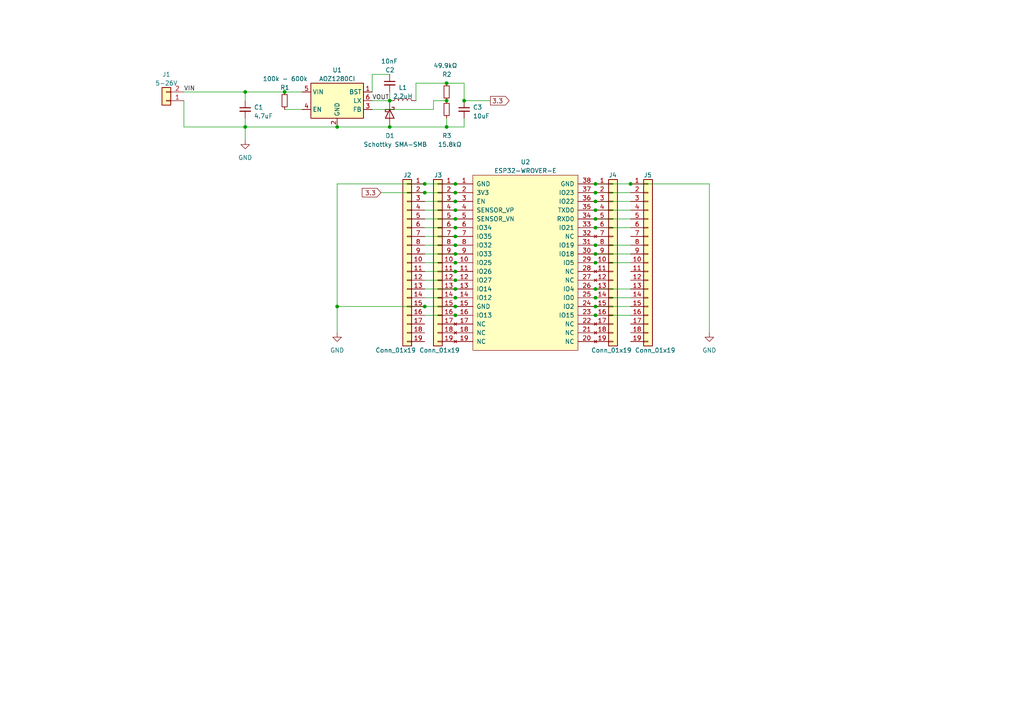
<source format=kicad_sch>
(kicad_sch (version 20220904) (generator eeschema)
  (paper "A4")
  (lib_symbols
    (symbol "Connector_Generic:Conn_01x02" (pin_names (offset 1.016) hide)
      (property "Reference" "J" (at 0 2.54 0))
      (property "Value" "Conn_01x02" (at 0 -5.08 0))
      (symbol "Conn_01x02_1_1"
        (rectangle (start -1.27 -2.413) (end 0 -2.667) (stroke (width 0.1524)))
        (rectangle (start -1.27 0.127) (end 0 -0.127) (stroke (width 0.1524)))
        (rectangle (start -1.27 1.27) (end 1.27 -3.81) (stroke (width 0.254)) (fill (type background)))
        (pin passive line (at -5.08 0 0) (length 3.81) (name "Pin_1") (number "1"))
        (pin passive line (at -5.08 -2.54 0) (length 3.81) (name "Pin_2") (number "2"))
      )
    )
    (symbol "Connector_Generic:Conn_01x19" (pin_names (offset 1.016) hide)
      (property "Reference" "J" (at 0 25.4 0))
      (property "Value" "Conn_01x19" (at 0 -25.4 0))
      (symbol "Conn_01x19_1_1"
        (rectangle (start -1.27 -22.733) (end 0 -22.987) (stroke (width 0.1524)))
        (rectangle (start -1.27 -20.193) (end 0 -20.447) (stroke (width 0.1524)))
        (rectangle (start -1.27 -17.653) (end 0 -17.907) (stroke (width 0.1524)))
        (rectangle (start -1.27 -15.113) (end 0 -15.367) (stroke (width 0.1524)))
        (rectangle (start -1.27 -12.573) (end 0 -12.827) (stroke (width 0.1524)))
        (rectangle (start -1.27 -10.033) (end 0 -10.287) (stroke (width 0.1524)))
        (rectangle (start -1.27 -7.493) (end 0 -7.747) (stroke (width 0.1524)))
        (rectangle (start -1.27 -4.953) (end 0 -5.207) (stroke (width 0.1524)))
        (rectangle (start -1.27 -2.413) (end 0 -2.667) (stroke (width 0.1524)))
        (rectangle (start -1.27 0.127) (end 0 -0.127) (stroke (width 0.1524)))
        (rectangle (start -1.27 2.667) (end 0 2.413) (stroke (width 0.1524)))
        (rectangle (start -1.27 5.207) (end 0 4.953) (stroke (width 0.1524)))
        (rectangle (start -1.27 7.747) (end 0 7.493) (stroke (width 0.1524)))
        (rectangle (start -1.27 10.287) (end 0 10.033) (stroke (width 0.1524)))
        (rectangle (start -1.27 12.827) (end 0 12.573) (stroke (width 0.1524)))
        (rectangle (start -1.27 15.367) (end 0 15.113) (stroke (width 0.1524)))
        (rectangle (start -1.27 17.907) (end 0 17.653) (stroke (width 0.1524)))
        (rectangle (start -1.27 20.447) (end 0 20.193) (stroke (width 0.1524)))
        (rectangle (start -1.27 22.987) (end 0 22.733) (stroke (width 0.1524)))
        (rectangle (start -1.27 24.13) (end 1.27 -24.13) (stroke (width 0.254)) (fill (type background)))
        (pin passive line (at -5.08 22.86 0) (length 3.81) (name "Pin_1") (number "1"))
        (pin passive line (at -5.08 0 0) (length 3.81) (name "Pin_10") (number "10"))
        (pin passive line (at -5.08 -2.54 0) (length 3.81) (name "Pin_11") (number "11"))
        (pin passive line (at -5.08 -5.08 0) (length 3.81) (name "Pin_12") (number "12"))
        (pin passive line (at -5.08 -7.62 0) (length 3.81) (name "Pin_13") (number "13"))
        (pin passive line (at -5.08 -10.16 0) (length 3.81) (name "Pin_14") (number "14"))
        (pin passive line (at -5.08 -12.7 0) (length 3.81) (name "Pin_15") (number "15"))
        (pin passive line (at -5.08 -15.24 0) (length 3.81) (name "Pin_16") (number "16"))
        (pin passive line (at -5.08 -17.78 0) (length 3.81) (name "Pin_17") (number "17"))
        (pin passive line (at -5.08 -20.32 0) (length 3.81) (name "Pin_18") (number "18"))
        (pin passive line (at -5.08 -22.86 0) (length 3.81) (name "Pin_19") (number "19"))
        (pin passive line (at -5.08 20.32 0) (length 3.81) (name "Pin_2") (number "2"))
        (pin passive line (at -5.08 17.78 0) (length 3.81) (name "Pin_3") (number "3"))
        (pin passive line (at -5.08 15.24 0) (length 3.81) (name "Pin_4") (number "4"))
        (pin passive line (at -5.08 12.7 0) (length 3.81) (name "Pin_5") (number "5"))
        (pin passive line (at -5.08 10.16 0) (length 3.81) (name "Pin_6") (number "6"))
        (pin passive line (at -5.08 7.62 0) (length 3.81) (name "Pin_7") (number "7"))
        (pin passive line (at -5.08 5.08 0) (length 3.81) (name "Pin_8") (number "8"))
        (pin passive line (at -5.08 2.54 0) (length 3.81) (name "Pin_9") (number "9"))
      )
    )
    (symbol "Device:C_Small" (pin_numbers hide) (pin_names (offset 0.254) hide)
      (property "Reference" "C" (at 0.254 1.778 0))
      (property "Value" "C_Small" (at 0.254 -2.032 0))
      (symbol "C_Small_0_1"
        (polyline (pts (xy -1.524 -0.508) (xy 1.524 -0.508)) (stroke (width 0.3302)))
        (polyline (pts (xy -1.524 0.508) (xy 1.524 0.508)) (stroke (width 0.3048)))
      )
      (symbol "C_Small_1_1"
        (pin passive line (at 0 2.54 270) (length 2.032) (name "~") (number "1"))
        (pin passive line (at 0 -2.54 90) (length 2.032) (name "~") (number "2"))
      )
    )
    (symbol "Device:D_Schottky" (pin_numbers hide) (pin_names (offset 1.016) hide)
      (property "Reference" "D" (at 0 2.54 0))
      (property "Value" "D_Schottky" (at 0 -2.54 0))
      (symbol "D_Schottky_0_1"
        (polyline (pts (xy 1.27 0) (xy -1.27 0)))
        (polyline (pts (xy 1.27 1.27) (xy 1.27 -1.27) (xy -1.27 0) (xy 1.27 1.27)) (stroke (width 0.254)))
        (polyline (pts (xy -1.905 0.635) (xy -1.905 1.27) (xy -1.27 1.27) (xy -1.27 -1.27) (xy -0.635 -1.27) (xy -0.635 -0.635)) (stroke (width 0.254)))
      )
      (symbol "D_Schottky_1_1"
        (pin passive line (at -3.81 0 0) (length 2.54) (name "K") (number "1"))
        (pin passive line (at 3.81 0 180) (length 2.54) (name "A") (number "2"))
      )
    )
    (symbol "Device:L" (pin_numbers hide) (pin_names (offset 1.016) hide)
      (property "Reference" "L" (at -1.27 0 90))
      (property "Value" "L" (at 1.905 0 90))
      (symbol "L_0_1"
        (arc (start 0 -2.54) (mid 0.635 -1.905) (end 0 -1.27))
        (arc (start 0 -1.27) (mid 0.635 -0.635) (end 0 0))
        (arc (start 0 0) (mid 0.635 0.635) (end 0 1.27))
        (arc (start 0 1.27) (mid 0.635 1.905) (end 0 2.54))
      )
      (symbol "L_1_1"
        (pin passive line (at 0 3.81 270) (length 1.27) (name "1") (number "1"))
        (pin passive line (at 0 -3.81 90) (length 1.27) (name "2") (number "2"))
      )
    )
    (symbol "Device:R_Small" (pin_numbers hide) (pin_names (offset 0.254) hide)
      (property "Reference" "R" (at 0.762 0.508 0))
      (property "Value" "R_Small" (at 0.762 -1.016 0))
      (symbol "R_Small_0_1"
        (rectangle (start -0.762 1.778) (end 0.762 -1.778) (stroke (width 0.2032)))
      )
      (symbol "R_Small_1_1"
        (pin passive line (at 0 2.54 270) (length 0.762) (name "~") (number "1"))
        (pin passive line (at 0 -2.54 90) (length 0.762) (name "~") (number "2"))
      )
    )
    (symbol "RF_Module_Custom:ESP32-WROVER-E" (pin_names (offset 1.016))
      (property "Reference" "U" (at -15.24 26.67 0))
      (property "Value" "ESP32-WROVER-E" (at -6.35 -26.67 0))
      (symbol "ESP32-WROVER-E_0_1"
        (rectangle (start -15.24 25.4) (end 15.24 -25.4) (fill (type background)))
      )
      (symbol "ESP32-WROVER-E_1_1"
        (pin power_in line (at -20.32 22.86 0) (length 5.08) (name "GND") (number "1"))
        (pin bidirectional line (at -20.32 0 0) (length 5.08) (name "IO25") (number "10"))
        (pin bidirectional line (at -20.32 -2.54 0) (length 5.08) (name "IO26") (number "11"))
        (pin bidirectional line (at -20.32 -5.08 0) (length 5.08) (name "IO27") (number "12"))
        (pin bidirectional line (at -20.32 -7.62 0) (length 5.08) (name "IO14") (number "13"))
        (pin bidirectional line (at -20.32 -10.16 0) (length 5.08) (name "IO12") (number "14"))
        (pin power_in line (at -20.32 -12.7 0) (length 5.08) (name "GND") (number "15"))
        (pin bidirectional line (at -20.32 -15.24 0) (length 5.08) (name "IO13") (number "16"))
        (pin no_connect line (at -20.32 -17.78 0) (length 5.08) (name "NC") (number "17"))
        (pin no_connect line (at -20.32 -20.32 0) (length 5.08) (name "NC") (number "18"))
        (pin no_connect line (at -20.32 -22.86 0) (length 5.08) (name "NC") (number "19"))
        (pin power_in line (at -20.32 20.32 0) (length 5.08) (name "3V3") (number "2"))
        (pin no_connect line (at 20.32 -22.86 180) (length 5.08) (name "NC") (number "20"))
        (pin no_connect line (at 20.32 -20.32 180) (length 5.08) (name "NC") (number "21"))
        (pin no_connect line (at 20.32 -17.78 180) (length 5.08) (name "NC") (number "22"))
        (pin bidirectional line (at 20.32 -15.24 180) (length 5.08) (name "IO15") (number "23"))
        (pin bidirectional line (at 20.32 -12.7 180) (length 5.08) (name "IO2") (number "24"))
        (pin bidirectional line (at 20.32 -10.16 180) (length 5.08) (name "IO0") (number "25"))
        (pin bidirectional line (at 20.32 -7.62 180) (length 5.08) (name "IO4") (number "26"))
        (pin no_connect line (at 20.32 -5.08 180) (length 5.08) (name "NC") (number "27"))
        (pin no_connect line (at 20.32 -2.54 180) (length 5.08) (name "NC") (number "28"))
        (pin bidirectional line (at 20.32 0 180) (length 5.08) (name "IO5") (number "29"))
        (pin input line (at -20.32 17.78 0) (length 5.08) (name "EN") (number "3"))
        (pin bidirectional line (at 20.32 2.54 180) (length 5.08) (name "IO18") (number "30"))
        (pin bidirectional line (at 20.32 5.08 180) (length 5.08) (name "IO19") (number "31"))
        (pin no_connect line (at 20.32 7.62 180) (length 5.08) (name "NC") (number "32"))
        (pin bidirectional line (at 20.32 10.16 180) (length 5.08) (name "IO21") (number "33"))
        (pin output line (at 20.32 12.7 180) (length 5.08) (name "RXD0") (number "34"))
        (pin output line (at 20.32 15.24 180) (length 5.08) (name "TXD0") (number "35"))
        (pin bidirectional line (at 20.32 17.78 180) (length 5.08) (name "IO22") (number "36"))
        (pin bidirectional line (at 20.32 20.32 180) (length 5.08) (name "IO23") (number "37"))
        (pin power_in line (at 20.32 22.86 180) (length 5.08) (name "GND") (number "38"))
        (pin output line (at -20.32 15.24 0) (length 5.08) (name "SENSOR_VP") (number "4"))
        (pin output line (at -20.32 12.7 0) (length 5.08) (name "SENSOR_VN") (number "5"))
        (pin bidirectional line (at -20.32 10.16 0) (length 5.08) (name "IO34") (number "6"))
        (pin bidirectional line (at -20.32 7.62 0) (length 5.08) (name "IO35") (number "7"))
        (pin bidirectional line (at -20.32 5.08 0) (length 5.08) (name "IO32") (number "8"))
        (pin bidirectional line (at -20.32 2.54 0) (length 5.08) (name "IO33") (number "9"))
      )
    )
    (symbol "Regulator_Switching:AOZ1280CI"
      (property "Reference" "U" (at -6.35 -6.35 0))
      (property "Value" "AOZ1280CI" (at -2.54 6.35 0))
      (symbol "AOZ1280CI_0_1"
        (rectangle (start -7.62 5.08) (end 7.62 -5.08) (stroke (width 0.254)) (fill (type background)))
      )
      (symbol "AOZ1280CI_1_1"
        (pin input line (at 10.16 2.54 180) (length 2.54) (name "BST") (number "1"))
        (pin power_in line (at 0 -7.62 90) (length 2.54) (name "GND") (number "2"))
        (pin input line (at 10.16 -2.54 180) (length 2.54) (name "FB") (number "3"))
        (pin input line (at -10.16 -2.54 0) (length 2.54) (name "EN") (number "4"))
        (pin power_in line (at -10.16 2.54 0) (length 2.54) (name "VIN") (number "5"))
        (pin power_out line (at 10.16 0 180) (length 2.54) (name "LX") (number "6"))
      )
    )
    (symbol "power:GND" (power) (pin_names (offset 0))
      (property "Value" "GND" (at 0 -3.81 0))
      (symbol "GND_0_1"
        (polyline (pts (xy 0 0) (xy 0 -1.27) (xy 1.27 -1.27) (xy 0 -2.54) (xy -1.27 -1.27) (xy 0 -1.27)))
      )
      (symbol "GND_1_1"
        (pin power_in line (at 0 0 270) (length 0) hide (name "GND") (number "1"))
      )
    )
  )
  (junction (at 132.08 73.66))
  (junction (at 132.08 86.36))
  (junction (at 172.72 86.36))
  (junction (at 132.08 68.58))
  (junction (at 132.08 78.74))
  (junction (at 132.08 76.2))
  (junction (at 113.03 29.21))
  (junction (at 134.62 29.21))
  (junction (at 172.72 83.82))
  (junction (at 172.72 58.42))
  (junction (at 132.08 63.5))
  (junction (at 172.72 66.04))
  (junction (at 172.72 88.9))
  (junction (at 123.19 55.88))
  (junction (at 82.55 26.67))
  (junction (at 123.19 53.34))
  (junction (at 172.72 76.2))
  (junction (at 132.08 53.34))
  (junction (at 172.72 73.66))
  (junction (at 129.54 29.21))
  (junction (at 182.88 53.34))
  (junction (at 172.72 63.5))
  (junction (at 132.08 60.96))
  (junction (at 113.03 36.83))
  (junction (at 172.72 55.88))
  (junction (at 132.08 71.12))
  (junction (at 132.08 88.9))
  (junction (at 129.54 24.13))
  (junction (at 132.08 83.82))
  (junction (at 172.72 53.34))
  (junction (at 97.79 88.9))
  (junction (at 71.12 36.83))
  (junction (at 172.72 71.12))
  (junction (at 132.08 58.42))
  (junction (at 132.08 91.44))
  (junction (at 132.08 55.88))
  (junction (at 132.08 81.28))
  (junction (at 97.79 36.83))
  (junction (at 129.54 36.83))
  (junction (at 71.12 26.67))
  (junction (at 172.72 91.44))
  (junction (at 172.72 60.96))
  (junction (at 123.19 88.9))
  (junction (at 132.08 66.04))
  (wire (pts (xy 172.72 91.44) (xy 182.88 91.44)))
  (wire (pts (xy 110.49 55.88) (xy 123.19 55.88)))
  (wire (pts (xy 182.88 53.34) (xy 205.74 53.34)))
  (wire (pts (xy 172.72 88.9) (xy 182.88 88.9)))
  (wire (pts (xy 71.12 36.83) (xy 71.12 40.64)))
  (wire (pts (xy 134.62 36.83) (xy 129.54 36.83)))
  (wire (pts (xy 172.72 71.12) (xy 182.88 71.12)))
  (wire (pts (xy 71.12 26.67) (xy 71.12 29.21)))
  (wire (pts (xy 123.19 68.58) (xy 132.08 68.58)))
  (wire (pts (xy 172.72 60.96) (xy 182.88 60.96)))
  (wire (pts (xy 129.54 36.83) (xy 113.03 36.83)))
  (wire (pts (xy 123.19 55.88) (xy 132.08 55.88)))
  (wire (pts (xy 123.19 73.66) (xy 132.08 73.66)))
  (wire (pts (xy 71.12 36.83) (xy 97.79 36.83)))
  (wire (pts (xy 172.72 53.34) (xy 182.88 53.34)))
  (wire (pts (xy 134.62 34.29) (xy 134.62 36.83)))
  (wire (pts (xy 123.19 53.34) (xy 97.79 53.34)))
  (wire (pts (xy 125.73 31.75) (xy 125.73 29.21)))
  (wire (pts (xy 123.19 53.34) (xy 132.08 53.34)))
  (wire (pts (xy 123.19 78.74) (xy 132.08 78.74)))
  (wire (pts (xy 172.72 86.36) (xy 182.88 86.36)))
  (wire (pts (xy 123.19 71.12) (xy 132.08 71.12)))
  (wire (pts (xy 172.72 73.66) (xy 182.88 73.66)))
  (wire (pts (xy 134.62 24.13) (xy 134.62 29.21)))
  (wire (pts (xy 97.79 53.34) (xy 97.79 88.9)))
  (wire (pts (xy 134.62 29.21) (xy 142.24 29.21)))
  (wire (pts (xy 123.19 58.42) (xy 132.08 58.42)))
  (wire (pts (xy 97.79 88.9) (xy 97.79 96.52)))
  (wire (pts (xy 123.19 76.2) (xy 132.08 76.2)))
  (wire (pts (xy 172.72 55.88) (xy 182.88 55.88)))
  (wire (pts (xy 123.19 63.5) (xy 132.08 63.5)))
  (wire (pts (xy 172.72 58.42) (xy 182.88 58.42)))
  (wire (pts (xy 120.65 24.13) (xy 129.54 24.13)))
  (wire (pts (xy 82.55 26.67) (xy 87.63 26.67)))
  (wire (pts (xy 113.03 29.21) (xy 107.95 29.21)))
  (wire (pts (xy 123.19 81.28) (xy 132.08 81.28)))
  (wire (pts (xy 123.19 91.44) (xy 132.08 91.44)))
  (wire (pts (xy 123.19 66.04) (xy 132.08 66.04)))
  (wire (pts (xy 120.65 29.21) (xy 120.65 24.13)))
  (wire (pts (xy 129.54 24.13) (xy 134.62 24.13)))
  (wire (pts (xy 172.72 83.82) (xy 182.88 83.82)))
  (wire (pts (xy 82.55 31.75) (xy 87.63 31.75)))
  (wire (pts (xy 113.03 26.67) (xy 113.03 29.21)))
  (wire (pts (xy 123.19 83.82) (xy 132.08 83.82)))
  (wire (pts (xy 71.12 26.67) (xy 82.55 26.67)))
  (wire (pts (xy 107.95 21.59) (xy 113.03 21.59)))
  (wire (pts (xy 97.79 88.9) (xy 123.19 88.9)))
  (wire (pts (xy 172.72 66.04) (xy 182.88 66.04)))
  (wire (pts (xy 123.19 88.9) (xy 132.08 88.9)))
  (wire (pts (xy 123.19 60.96) (xy 132.08 60.96)))
  (wire (pts (xy 53.34 29.21) (xy 53.34 36.83)))
  (wire (pts (xy 107.95 31.75) (xy 125.73 31.75)))
  (wire (pts (xy 125.73 29.21) (xy 129.54 29.21)))
  (wire (pts (xy 123.19 86.36) (xy 132.08 86.36)))
  (wire (pts (xy 53.34 26.67) (xy 71.12 26.67)))
  (wire (pts (xy 71.12 34.29) (xy 71.12 36.83)))
  (wire (pts (xy 172.72 63.5) (xy 182.88 63.5)))
  (wire (pts (xy 205.74 53.34) (xy 205.74 96.52)))
  (wire (pts (xy 172.72 76.2) (xy 182.88 76.2)))
  (wire (pts (xy 113.03 36.83) (xy 97.79 36.83)))
  (wire (pts (xy 129.54 34.29) (xy 129.54 36.83)))
  (wire (pts (xy 53.34 36.83) (xy 71.12 36.83)))
  (wire (pts (xy 107.95 26.67) (xy 107.95 21.59)))
  (label "VOUT" (at 107.95 29.21 0))
  (label "VIN" (at 53.34 26.67 0))
  (global_label "3.3" (shape output) (at 142.24 29.21 0) (property "Intersheetrefs" "${INTERSHEET_REFS}" (effects hide)))
  (global_label "3.3" (shape input) (at 110.49 55.88 180) (property "Intersheetrefs" "${INTERSHEET_REFS}" (effects hide)))
  (symbol (lib_id "Connector_Generic:Conn_01x19") (at 187.96 76.2 0) (unit 1)
    (default_instance (reference "J2") (unit 1) (value "Conn_01x19") (footprint "Connector_PinHeader_2.54mm:PinHeader_1x19_P2.54mm_Vertical"))
    (property "Reference" "J5" (at 186.69 50.8 0) (effects (justify left)))
    (property "Value" "Conn_01x19" (at 184.15 101.6 0) (effects (justify left)))
    (property "Footprint" "Connector_PinHeader_2.54mm:PinHeader_1x19_P2.54mm_Vertical" (effects hide))
  )
  (symbol (lib_id "Device:R_Small") (at 82.55 29.21 0) (unit 1)
    (default_instance (reference "R3") (unit 1) (value "R_Small") (footprint "Resistor_SMD:R_1206_3216Metric"))
    (property "Reference" "R1" (at 81.28 25.4 0) (effects (justify left)))
    (property "Value" "100k - 600k" (at 76.2 22.86 0) (effects (justify left)))
    (property "Footprint" "Resistor_SMD:R_1206_3216Metric" (effects hide))
  )
  (symbol (lib_id "Connector_Generic:Conn_01x19") (at 118.11 76.2 0) (mirror y) (unit 1)
    (default_instance (reference "J1") (unit 1) (value "Conn_01x19") (footprint "Connector_PinHeader_2.54mm:PinHeader_1x19_P2.54mm_Vertical"))
    (property "Reference" "J2" (at 119.38 50.8 0) (effects (justify left)))
    (property "Value" "Conn_01x19" (at 120.65 101.6 0) (effects (justify left)))
    (property "Footprint" "Connector_PinHeader_2.54mm:PinHeader_1x19_P2.54mm_Vertical" (effects hide))
  )
  (symbol (lib_id "Device:L") (at 116.84 29.21 90) (unit 1)
    (default_instance (reference "L1") (unit 1) (value "L") (footprint ""))
    (property "Reference" "L1" (at 116.84 25.4 90))
    (property "Value" "2.2uH" (at 116.84 27.94 90))
    (property "Footprint" "Custom_Inductor:Shielded_3.0_3.0" (effects hide))
    (property "Datasheet" "https://www.tme.eu/Document/617086e2eb523f8f8c3e5a5787845b75/WALSIN_WLPN303015%20Series.pdf" (effects hide))
    (property "Type" "Walsin WLPN303015M2R2PB" (effects hide))
  )
  (symbol (lib_id "Regulator_Switching:AOZ1280CI") (at 97.79 29.21 0) (unit 1)
    (default_instance (reference "U2") (unit 1) (value "AOZ1280CI") (footprint "Package_TO_SOT_SMD:SOT-23-6"))
    (property "Reference" "U1" (at 97.79 20.32 0))
    (property "Value" "AOZ1280CI" (at 97.79 22.86 0))
    (property "Footprint" "Package_TO_SOT_SMD:SOT-23-6" (effects hide))
    (property "Datasheet" "http://aosmd.com/res/data_sheets/AOZ1280CI.pdf" (effects hide))
  )
  (symbol (lib_id "power:GND") (at 71.12 40.64 0) (unit 1)
    (default_instance (reference "#PWR?") (unit 1) (value "GND") (footprint ""))
    (property "Reference" "#PWR01" (effects hide))
    (property "Value" "GND" (at 71.12 45.72 0))
  )
  (symbol (lib_id "power:GND") (at 205.74 96.52 0) (unit 1)
    (default_instance (reference "#PWR?") (unit 1) (value "GND") (footprint ""))
    (property "Reference" "#PWR03" (effects hide))
    (property "Value" "GND" (at 205.74 101.6 0))
  )
  (symbol (lib_id "RF_Module_Custom:ESP32-WROVER-E") (at 152.4 76.2 0) (unit 1)
    (default_instance (reference "U1") (unit 1) (value "ESP32-WROVER-E") (footprint "RF_Module_Custom:ESP32-WROVER-IE"))
    (property "Reference" "U2" (at 152.4 46.99 0))
    (property "Value" "ESP32-WROVER-E" (at 152.4 49.53 0))
    (property "Footprint" "Custom_RF_Module:ESP32-WROVER-IE" (effects hide))
  )
  (symbol (lib_id "Device:R_Small") (at 129.54 31.75 0) (unit 1)
    (default_instance (reference "R2") (unit 1) (value "R_Small") (footprint ""))
    (property "Reference" "R3" (at 128.27 39.37 0) (effects (justify left)))
    (property "Value" "15.8kΩ" (at 127 41.91 0) (effects (justify left)))
    (property "Footprint" "Resistor_SMD:R_1206_3216Metric" (effects hide))
  )
  (symbol (lib_id "Connector_Generic:Conn_01x19") (at 127 76.2 0) (mirror y) (unit 1)
    (default_instance (reference "J4") (unit 1) (value "Conn_01x19") (footprint "Connector_PinHeader_1.27mm:PinHeader_1x19_P1.27mm_Vertical"))
    (property "Reference" "J3" (at 128.27 50.8 0) (effects (justify left)))
    (property "Value" "Conn_01x19" (at 133.35 101.6 0) (effects (justify left)))
    (property "Footprint" "Connector_PinHeader_1.27mm:PinHeader_1x19_P1.27mm_Vertical" (effects hide))
  )
  (symbol (lib_id "power:GND") (at 97.79 96.52 0) (unit 1)
    (default_instance (reference "#PWR?") (unit 1) (value "GND") (footprint ""))
    (property "Reference" "#PWR02" (effects hide))
    (property "Value" "GND" (at 97.79 101.6 0))
  )
  (symbol (lib_id "Device:C_Small") (at 71.12 31.75 0) (unit 1)
    (default_instance (reference "C2") (unit 1) (value "C_Small") (footprint ""))
    (property "Reference" "C1" (at 73.66 31.1213 0) (effects (justify left)))
    (property "Value" "4.7uF" (at 73.66 33.6613 0) (effects (justify left)))
    (property "Footprint" "Capacitor_Tantalum_SMD:CP_EIA-7343-31_Kemet-D_Pad2.25x2.55mm_HandSolder" (effects hide))
    (property "Datasheet" "https://www.tme.eu/Document/f69cda413cc32f2f17e2c7a02278a3dc/Datasheet-T491D475K050AT.pdf" (effects hide))
    (property "Type" "T491D475K050AT" (effects hide))
  )
  (symbol (lib_id "Device:C_Small") (at 113.03 24.13 0) (unit 1)
    (default_instance (reference "C3") (unit 1) (value "C_Small") (footprint ""))
    (property "Reference" "C2" (at 111.76 20.32 0) (effects (justify left)))
    (property "Value" "10nF" (at 110.49 17.78 0) (effects (justify left)))
    (property "Footprint" "Capacitor_SMD:C_1206_3216Metric" (effects hide))
  )
  (symbol (lib_id "Device:R_Small") (at 129.54 26.67 0) (unit 1)
    (default_instance (reference "R1") (unit 1) (value "R_Small") (footprint ""))
    (property "Reference" "R2" (at 128.27 21.59 0) (effects (justify left)))
    (property "Value" "49.9kΩ" (at 125.73 19.05 0) (effects (justify left)))
    (property "Footprint" "Resistor_SMD:R_1206_3216Metric" (effects hide))
  )
  (symbol (lib_id "Device:D_Schottky") (at 113.03 33.02 270) (unit 1)
    (default_instance (reference "D1") (unit 1) (value "D_Schottky") (footprint ""))
    (property "Reference" "D1" (at 111.76 39.37 90) (effects (justify left)))
    (property "Value" "Schottky SMA-SMB" (at 105.41 41.91 90) (effects (justify left)))
    (property "Footprint" "Diode_SMD:D_SMA-SMB_Universal_Handsoldering" (effects hide))
  )
  (symbol (lib_id "Connector_Generic:Conn_01x02") (at 48.26 29.21 180) (unit 1)
    (default_instance (reference "J3") (unit 1) (value "Conn_01x02") (footprint "Connector_Wago:Wago_734-132_1x02_P3.50mm_Vertical"))
    (property "Reference" "J1" (at 48.26 21.59 0))
    (property "Value" "5-26V" (at 48.26 24.13 0))
    (property "Footprint" "Custom_Connector:Ninigi AC141R-02P-2.54" (effects hide))
    (property "Type" "Ninigi AC141R-02P-2.54" (effects hide))
  )
  (symbol (lib_id "Device:C_Small") (at 134.62 31.75 0) (unit 1)
    (default_instance (reference "C4") (unit 1) (value "C_Small") (footprint ""))
    (property "Reference" "C3" (at 137.16 31.1213 0) (effects (justify left)))
    (property "Value" "10uF" (at 137.16 33.6613 0) (effects (justify left)))
    (property "Footprint" "Capacitor_SMD:C_1206_3216Metric" (effects hide))
  )
  (symbol (lib_id "Connector_Generic:Conn_01x19") (at 177.8 76.2 0) (unit 1)
    (default_instance (reference "J5") (unit 1) (value "Conn_01x19") (footprint "Connector_PinHeader_1.27mm:PinHeader_1x19_P1.27mm_Vertical"))
    (property "Reference" "J4" (at 176.53 50.8 0) (effects (justify left)))
    (property "Value" "Conn_01x19" (at 171.45 101.6 0) (effects (justify left)))
    (property "Footprint" "Connector_PinHeader_1.27mm:PinHeader_1x19_P1.27mm_Vertical" (effects hide))
  )
)
</source>
